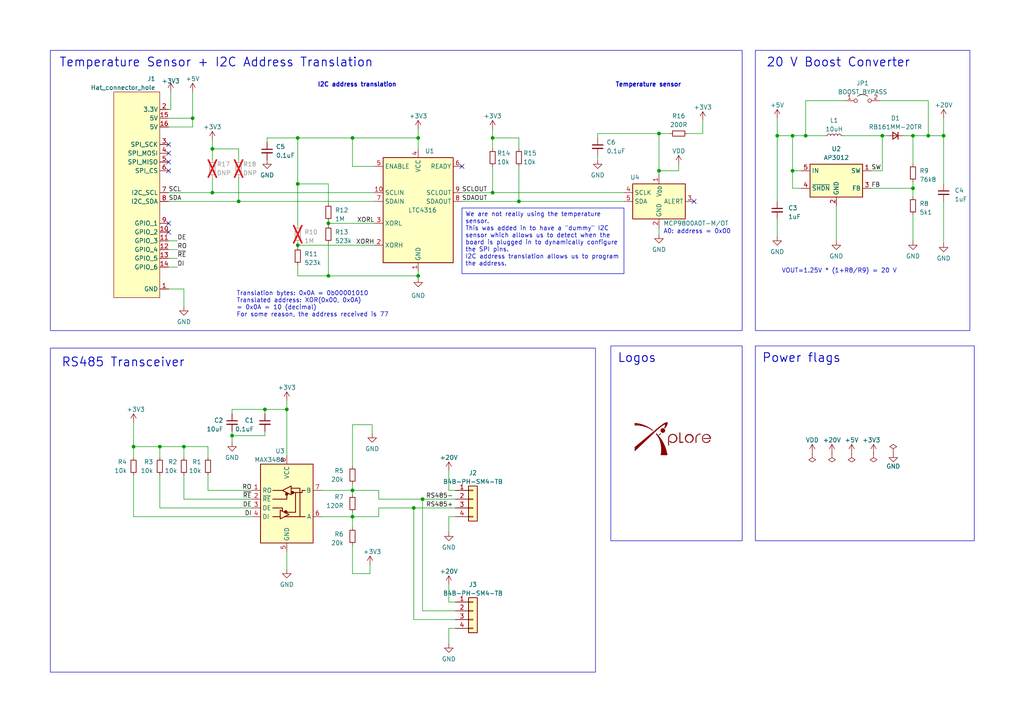
<source format=kicad_sch>
(kicad_sch (version 20230121) (generator eeschema)
  (paper "A4")
  (title_block (title "RS485 Transceiver Hat") (date "2023-07-17") (rev "2") (company "EPFL Xplore") (comment 1 "To be used only on Hat 2") (comment 4 "Authors: Vincent Nguyen, Yassine Bakkali"))
  (lib_symbols
    (symbol "0_connectors:Hat_connector_hole"
      (property "Reference" "J" (at 0 0 0))
      (property "Value" "Hat_connector_hole" (at 0 0 0))
      (symbol "Hat_connector_hole_0_0"
        (pin power_in line (at -8.89 -22.86 0) (length 2.54) (name "GND") (number "1"))
        (pin bidirectional line (at -8.89 -6.35 0) (length 2.54) (name "GPIO_2") (number "10"))
        (pin bidirectional line (at -8.89 -8.89 0) (length 2.54) (name "GPIO_3") (number "11"))
        (pin bidirectional line (at -8.89 -11.43 0) (length 2.54) (name "GPIO_4") (number "12"))
        (pin bidirectional line (at -8.89 -13.97 0) (length 2.54) (name "GPIO_5") (number "13"))
        (pin bidirectional line (at -8.89 -16.51 0) (length 2.54) (name "GPIO_6") (number "14"))
        (pin power_in line (at -8.89 26.67 0) (length 2.54) (name "5V") (number "15"))
        (pin power_in line (at -8.89 24.13 0) (length 2.54) (name "5V") (number "16"))
        (pin power_in line (at -8.89 29.21 0) (length 2.54) (name "3.3V") (number "2"))
        (pin output line (at -8.89 19.05 0) (length 2.54) (name "SPI_SCK") (number "3"))
        (pin output line (at -8.89 16.51 0) (length 2.54) (name "SPI_MOSI") (number "4"))
        (pin input line (at -8.89 13.97 0) (length 2.54) (name "SPI_MISO") (number "5"))
        (pin output line (at -8.89 11.43 0) (length 2.54) (name "SPI_CS") (number "6"))
        (pin output line (at -8.89 5.08 0) (length 2.54) (name "I2C_SCL") (number "7"))
        (pin bidirectional line (at -8.89 2.54 0) (length 2.54) (name "I2C_SDA") (number "8"))
        (pin bidirectional line (at -8.89 -3.81 0) (length 2.54) (name "GPIO_1") (number "9"))
      )
    )
    (symbol "0_graphic:Xplore_Logo" (pin_numbers hide) (pin_names (offset 0) hide) (in_bom no))
    (symbol "0_interface_expansion:LTC4316"
      (property "Reference" "U" (at 1.27 0 0))
      (symbol "LTC4316_1_1"
        (pin power_in line (at 0 -17.78 90) (length 2.54) (name "GND") (number "1"))
        (pin input line (at -12.7 5.08 0) (length 2.54) (name "SCLIN") (number "10"))
        (pin input line (at -12.7 -10.16 0) (length 2.54) (name "XORH") (number "2"))
        (pin input line (at -12.7 -3.81 0) (length 2.54) (name "XORL") (number "3"))
        (pin power_in line (at 0 17.78 270) (length 2.54) (name "VCC") (number "4"))
        (pin input line (at -12.7 12.7 0) (length 2.54) (name "ENABLE") (number "5"))
        (pin open_collector line (at 12.7 12.7 180) (length 2.54) (name "READY") (number "6"))
        (pin bidirectional line (at -12.7 2.54 0) (length 2.54) (name "SDAIN") (number "7"))
        (pin bidirectional line (at 12.7 2.54 180) (length 2.54) (name "SDAOUT") (number "8"))
        (pin output line (at 12.7 5.08 180) (length 2.54) (name "SCLOUT") (number "9"))
      )
    )
    (symbol "0_power_symbols:+20V" (power) (pin_numbers hide) (in_bom no) (on_board no)
      (property "Value" "+20V" (at 0 3.81 0))
      (symbol "+20V_1_1"
        (pin power_in line (at 0 0 90) (length 0) hide (name "+20V") (number "1"))
      )
    )
    (symbol "0_sensor_temperature:MCP9800Ax-xOT"
      (property "Reference" "U" (at -6.35 6.35 0))
      (property "Value" "MCP9800Ax-xOT" (at 8.89 6.35 0))
      (symbol "MCP9800Ax-xOT_1_1"
        (pin power_in line (at 0 7.62 270) (length 2.54) (name "V_{DD}") (number "1"))
        (pin power_in line (at 0 -7.62 90) (length 2.54) (name "GND") (number "2"))
        (pin output line (at 10.16 0 180) (length 2.54) (name "ALERT") (number "3"))
        (pin input line (at -10.16 2.54 0) (length 2.54) (name "SCLK") (number "4"))
        (pin bidirectional line (at -10.16 0 0) (length 2.54) (name "SDA") (number "5"))
      )
    )
    (symbol "Connector_Generic:Conn_01x04" (pin_names (offset 1.016) hide)
      (property "Reference" "J" (at 0 5.08 0))
      (property "Value" "Conn_01x04" (at 0 -7.62 0))
      (symbol "Conn_01x04_1_1"
        (pin passive line (at -5.08 2.54 0) (length 3.81) (name "Pin_1") (number "1"))
        (pin passive line (at -5.08 0 0) (length 3.81) (name "Pin_2") (number "2"))
        (pin passive line (at -5.08 -2.54 0) (length 3.81) (name "Pin_3") (number "3"))
        (pin passive line (at -5.08 -5.08 0) (length 3.81) (name "Pin_4") (number "4"))
      )
    )
    (symbol "Device:C_Small" (pin_numbers hide) (pin_names (offset 0.254) hide)
      (property "Reference" "C" (at 0.254 1.778 0))
      (property "Value" "C_Small" (at 0.254 -2.032 0))
      (symbol "C_Small_1_1"
        (pin passive line (at 0 2.54 270) (length 2.032) (name "~") (number "1"))
        (pin passive line (at 0 -2.54 90) (length 2.032) (name "~") (number "2"))
      )
    )
    (symbol "Device:D_Small" (pin_numbers hide) (pin_names (offset 0.254) hide)
      (property "Reference" "D" (at -1.27 2.032 0))
      (property "Value" "D_Small" (at -3.81 -2.032 0))
      (symbol "D_Small_1_1"
        (pin passive line (at -2.54 0 0) (length 1.778) (name "K") (number "1"))
        (pin passive line (at 2.54 0 180) (length 1.778) (name "A") (number "2"))
      )
    )
    (symbol "Device:L_Small" (pin_numbers hide) (pin_names (offset 0.254) hide)
      (property "Reference" "L" (at 0.762 1.016 0))
      (property "Value" "L_Small" (at 0.762 -1.016 0))
      (symbol "L_Small_1_1"
        (pin passive line (at 0 2.54 270) (length 0.508) (name "~") (number "1"))
        (pin passive line (at 0 -2.54 90) (length 0.508) (name "~") (number "2"))
      )
    )
    (symbol "Device:R_Small" (pin_numbers hide) (pin_names (offset 0.254) hide)
      (property "Reference" "R" (at 0.762 0.508 0))
      (property "Value" "R_Small" (at 0.762 -1.016 0))
      (symbol "R_Small_1_1"
        (pin passive line (at 0 2.54 270) (length 0.762) (name "~") (number "1"))
        (pin passive line (at 0 -2.54 90) (length 0.762) (name "~") (number "2"))
      )
    )
    (symbol "Interface_UART:MAX3486"
      (property "Reference" "U" (at -6.096 11.43 0))
      (property "Value" "MAX3486" (at 0.762 11.43 0))
      (symbol "MAX3486_1_1"
        (pin output line (at -10.16 2.54 0) (length 2.54) (name "RO") (number "1"))
        (pin input line (at -10.16 0 0) (length 2.54) (name "~{RE}") (number "2"))
        (pin input line (at -10.16 -2.54 0) (length 2.54) (name "DE") (number "3"))
        (pin input line (at -10.16 -5.08 0) (length 2.54) (name "DI") (number "4"))
        (pin power_in line (at 0 -15.24 90) (length 2.54) (name "GND") (number "5"))
        (pin bidirectional line (at 10.16 -5.08 180) (length 2.54) (name "A") (number "6"))
        (pin bidirectional line (at 10.16 2.54 180) (length 2.54) (name "B") (number "7"))
        (pin power_in line (at 0 12.7 270) (length 2.54) (name "VCC") (number "8"))
      )
    )
    (symbol "Jumper:Jumper_2_Open" (pin_names (offset 0) hide)
      (property "Reference" "JP" (at 0 2.794 0))
      (property "Value" "Jumper_2_Open" (at 0 -2.286 0))
      (symbol "Jumper_2_Open_1_1"
        (pin passive line (at -5.08 0 0) (length 2.54) (name "A") (number "1"))
        (pin passive line (at 5.08 0 180) (length 2.54) (name "B") (number "2"))
      )
    )
    (symbol "PCM_4ms_Power-symbol:+5V" (power) (pin_names (offset 0))
      (property "Value" "+5V" (at 0 3.556 0))
      (symbol "+5V_1_1"
        (pin power_in line (at 0 0 90) (length 0) hide (name "+5V") (number "1"))
      )
    )
    (symbol "PCM_4ms_Power-symbol:GND" (power) (pin_names (offset 0))
      (property "Value" "GND" (at 0 -3.81 0))
      (symbol "GND_1_1"
        (pin power_in line (at 0 0 270) (length 0) hide (name "GND") (number "1"))
      )
    )
    (symbol "Regulator_Switching:AP3012"
      (property "Reference" "U" (at -7.62 5.715 0))
      (property "Value" "AP3012" (at 0 5.715 0))
      (symbol "AP3012_1_1"
        (pin passive line (at 10.16 2.54 180) (length 2.54) (name "SW") (number "1"))
        (pin power_in line (at 0 -7.62 90) (length 2.54) (name "GND") (number "2"))
        (pin input line (at 10.16 -2.54 180) (length 2.54) (name "FB") (number "3"))
        (pin input line (at -10.16 -2.54 0) (length 2.54) (name "~{SHDN}") (number "4"))
        (pin power_in line (at -10.16 2.54 0) (length 2.54) (name "IN") (number "5"))
      )
    )
    (symbol "power:+3V3" (power) (pin_names (offset 0))
      (property "Value" "+3V3" (at 0 3.556 0))
      (symbol "+3V3_1_1"
        (pin power_in line (at 0 0 90) (length 0) hide (name "+3V3") (number "1"))
      )
    )
    (symbol "power:+5V" (power) (pin_names (offset 0))
      (property "Value" "+5V" (at 0 3.556 0))
      (symbol "+5V_1_1"
        (pin power_in line (at 0 0 90) (length 0) hide (name "+5V") (number "1"))
      )
    )
    (symbol "power:GND" (power) (pin_names (offset 0))
      (property "Value" "GND" (at 0 -3.81 0))
      (symbol "GND_1_1"
        (pin power_in line (at 0 0 270) (length 0) hide (name "GND") (number "1"))
      )
    )
    (symbol "power:PWR_FLAG" (power) (pin_numbers hide) (pin_names (offset 0) hide)
      (property "Value" "PWR_FLAG" (at 0 3.81 0))
      (symbol "PWR_FLAG_0_0"
        (pin power_out line (at 0 0 90) (length 0) (name "pwr") (number "1"))
      )
    )
    (symbol "power:VDD" (power) (pin_names (offset 0))
      (property "Value" "VDD" (at 0 3.81 0))
      (symbol "VDD_1_1"
        (pin power_in line (at 0 0 90) (length 0) hide (name "VDD") (number "1"))
      )
    )
  )
  (junction (at 255.905 39.37))
  (junction (at 46.355 129.54))
  (junction (at 264.795 39.37))
  (junction (at 69.215 58.42))
  (junction (at 95.25 64.77))
  (junction (at 61.595 43.18))
  (junction (at 142.875 55.88))
  (junction (at 233.68 39.37))
  (junction (at 225.425 39.37))
  (junction (at 273.685 39.37))
  (junction (at 191.135 49.53))
  (junction (at 83.185 118.745))
  (junction (at 229.87 39.37))
  (junction (at 191.135 38.735))
  (junction (at 76.835 118.745))
  (junction (at 38.735 129.54))
  (junction (at 86.36 71.12))
  (junction (at 102.235 149.86))
  (junction (at 150.495 58.42))
  (junction (at 269.24 39.37))
  (junction (at 86.36 53.34))
  (junction (at 95.25 80.01))
  (junction (at 102.235 40.005))
  (junction (at 120.015 147.32))
  (junction (at 121.285 40.005))
  (junction (at 102.235 142.24))
  (junction (at 67.31 126.365))
  (junction (at 86.36 40.005))
  (junction (at 122.555 144.78))
  (junction (at 121.285 80.01))
  (junction (at 264.795 54.61))
  (junction (at 142.875 40.005))
  (junction (at 61.595 55.88))
  (junction (at 229.87 49.53))
  (junction (at 55.88 34.29))
  (junction (at 53.34 129.54))
  (no_connect (at 48.895 41.91))
  (no_connect (at 133.985 48.26))
  (no_connect (at 48.895 49.53))
  (no_connect (at 201.295 58.42))
  (no_connect (at 48.895 44.45))
  (no_connect (at 48.895 46.99))
  (no_connect (at 48.895 67.31))
  (no_connect (at 48.895 64.77))
  (wire (pts (xy 121.285 80.645) (xy 121.285 80.01)))
  (wire (pts (xy 130.175 182.245) (xy 130.175 186.69)))
  (wire (pts (xy 49.53 26.67) (xy 49.53 31.75)))
  (wire (pts (xy 51.435 77.47) (xy 48.895 77.47)))
  (wire (pts (xy 109.855 144.78) (xy 109.855 142.24)))
  (wire (pts (xy 273.685 39.37) (xy 273.685 53.34)))
  (wire (pts (xy 38.735 122.555) (xy 38.735 129.54)))
  (wire (pts (xy 173.355 38.735) (xy 191.135 38.735)))
  (wire (pts (xy 273.685 58.42) (xy 273.685 70.485)))
  (wire (pts (xy 95.25 64.135) (xy 95.25 64.77)))
  (wire (pts (xy 132.08 182.245) (xy 130.175 182.245)))
  (wire (pts (xy 180.975 58.42) (xy 150.495 58.42)))
  (wire (pts (xy 61.595 55.88) (xy 108.585 55.88)))
  (wire (pts (xy 86.36 53.34) (xy 95.25 53.34)))
  (wire (pts (xy 196.85 47.625) (xy 196.85 49.53)))
  (wire (pts (xy 53.34 132.715) (xy 53.34 129.54)))
  (wire (pts (xy 132.08 144.78) (xy 122.555 144.78)))
  (wire (pts (xy 142.875 40.005) (xy 150.495 40.005)))
  (wire (pts (xy 233.68 29.21) (xy 233.68 39.37)))
  (wire (pts (xy 38.735 149.86) (xy 38.735 137.795)))
  (wire (pts (xy 142.875 40.005) (xy 142.875 43.18)))
  (wire (pts (xy 38.735 129.54) (xy 38.735 132.715)))
  (wire (pts (xy 109.855 149.86) (xy 102.235 149.86)))
  (wire (pts (xy 120.015 147.32) (xy 109.855 147.32)))
  (wire (pts (xy 264.795 54.61) (xy 264.795 57.15)))
  (wire (pts (xy 264.795 52.705) (xy 264.795 54.61)))
  (wire (pts (xy 255.905 39.37) (xy 257.175 39.37)))
  (wire (pts (xy 51.435 72.39) (xy 48.895 72.39)))
  (wire (pts (xy 83.185 118.745) (xy 76.835 118.745)))
  (wire (pts (xy 132.08 147.32) (xy 120.015 147.32)))
  (wire (pts (xy 130.175 169.545) (xy 130.175 174.625)))
  (wire (pts (xy 132.08 149.86) (xy 130.175 149.86)))
  (wire (pts (xy 67.31 128.27) (xy 67.31 126.365)))
  (wire (pts (xy 61.595 43.18) (xy 69.215 43.18)))
  (wire (pts (xy 133.985 58.42) (xy 150.495 58.42)))
  (wire (pts (xy 76.835 126.365) (xy 67.31 126.365)))
  (wire (pts (xy 252.73 49.53) (xy 255.905 49.53)))
  (wire (pts (xy 73.025 144.78) (xy 53.34 144.78)))
  (wire (pts (xy 132.08 179.705) (xy 120.015 179.705)))
  (wire (pts (xy 180.975 55.88) (xy 142.875 55.88)))
  (wire (pts (xy 49.53 31.75) (xy 48.895 31.75)))
  (wire (pts (xy 69.215 43.18) (xy 69.215 46.355)))
  (wire (pts (xy 120.015 179.705) (xy 120.015 147.32)))
  (wire (pts (xy 142.875 48.26) (xy 142.875 55.88)))
  (wire (pts (xy 121.285 80.01) (xy 121.285 78.74)))
  (wire (pts (xy 264.795 39.37) (xy 269.24 39.37)))
  (wire (pts (xy 48.895 34.29) (xy 55.88 34.29)))
  (wire (pts (xy 53.34 88.9) (xy 53.34 83.82)))
  (wire (pts (xy 130.175 174.625) (xy 132.08 174.625)))
  (wire (pts (xy 196.85 49.53) (xy 191.135 49.53)))
  (wire (pts (xy 109.855 142.24) (xy 102.235 142.24)))
  (wire (pts (xy 269.24 39.37) (xy 273.685 39.37)))
  (wire (pts (xy 130.175 136.525) (xy 130.175 142.24)))
  (wire (pts (xy 122.555 177.165) (xy 122.555 144.78)))
  (wire (pts (xy 86.36 40.005) (xy 86.36 53.34)))
  (wire (pts (xy 102.235 142.24) (xy 93.345 142.24)))
  (wire (pts (xy 51.435 69.85) (xy 48.895 69.85)))
  (wire (pts (xy 229.87 49.53) (xy 232.41 49.53)))
  (wire (pts (xy 69.215 51.435) (xy 69.215 58.42)))
  (wire (pts (xy 95.25 80.01) (xy 121.285 80.01)))
  (wire (pts (xy 61.595 51.435) (xy 61.595 55.88)))
  (wire (pts (xy 130.175 149.86) (xy 130.175 154.305)))
  (wire (pts (xy 102.235 149.86) (xy 93.345 149.86)))
  (wire (pts (xy 48.895 55.88) (xy 61.595 55.88)))
  (wire (pts (xy 245.11 29.21) (xy 233.68 29.21)))
  (wire (pts (xy 48.895 58.42) (xy 69.215 58.42)))
  (wire (pts (xy 225.425 39.37) (xy 225.425 58.42)))
  (wire (pts (xy 173.355 38.735) (xy 173.355 40.005)))
  (wire (pts (xy 262.255 39.37) (xy 264.795 39.37)))
  (wire (pts (xy 229.87 49.53) (xy 229.87 54.61)))
  (wire (pts (xy 53.34 83.82) (xy 48.895 83.82)))
  (wire (pts (xy 102.235 40.005) (xy 102.235 48.26)))
  (wire (pts (xy 55.88 34.29) (xy 55.88 36.83)))
  (wire (pts (xy 76.835 118.745) (xy 67.31 118.745)))
  (wire (pts (xy 95.25 70.485) (xy 95.25 80.01)))
  (wire (pts (xy 61.595 43.18) (xy 61.595 46.355)))
  (wire (pts (xy 83.185 118.745) (xy 83.185 132.08)))
  (wire (pts (xy 60.325 129.54) (xy 53.34 129.54)))
  (wire (pts (xy 102.235 149.86) (xy 102.235 153.035)))
  (wire (pts (xy 203.835 34.925) (xy 203.835 38.735)))
  (wire (pts (xy 67.31 118.745) (xy 67.31 120.015)))
  (wire (pts (xy 83.185 116.205) (xy 83.185 118.745)))
  (wire (pts (xy 61.595 43.18) (xy 61.595 40.64)))
  (wire (pts (xy 225.425 34.29) (xy 225.425 39.37)))
  (wire (pts (xy 73.025 149.86) (xy 38.735 149.86)))
  (wire (pts (xy 76.835 125.095) (xy 76.835 126.365)))
  (wire (pts (xy 229.87 49.53) (xy 229.87 39.37)))
  (wire (pts (xy 121.285 37.465) (xy 121.285 40.005)))
  (wire (pts (xy 107.95 125.73) (xy 107.95 123.19)))
  (wire (pts (xy 76.835 118.745) (xy 76.835 120.015)))
  (wire (pts (xy 67.31 126.365) (xy 67.31 125.095)))
  (wire (pts (xy 130.175 142.24) (xy 132.08 142.24)))
  (wire (pts (xy 150.495 40.005) (xy 150.495 43.18)))
  (wire (pts (xy 273.685 34.29) (xy 273.685 39.37)))
  (wire (pts (xy 132.08 177.165) (xy 122.555 177.165)))
  (wire (pts (xy 83.185 165.1) (xy 83.185 160.02)))
  (wire (pts (xy 109.855 147.32) (xy 109.855 149.86)))
  (wire (pts (xy 242.57 59.69) (xy 242.57 69.85)))
  (wire (pts (xy 244.475 39.37) (xy 255.905 39.37)))
  (wire (pts (xy 60.325 129.54) (xy 60.325 132.715)))
  (wire (pts (xy 48.895 36.83) (xy 55.88 36.83)))
  (wire (pts (xy 46.355 132.715) (xy 46.355 129.54)))
  (wire (pts (xy 142.875 40.005) (xy 142.875 37.465)))
  (wire (pts (xy 77.47 40.005) (xy 86.36 40.005)))
  (wire (pts (xy 69.215 58.42) (xy 108.585 58.42)))
  (wire (pts (xy 73.025 147.32) (xy 46.355 147.32)))
  (wire (pts (xy 102.235 158.115) (xy 102.235 166.37)))
  (wire (pts (xy 86.36 71.12) (xy 86.36 71.755)))
  (wire (pts (xy 102.235 140.335) (xy 102.235 142.24)))
  (wire (pts (xy 229.87 54.61) (xy 232.41 54.61)))
  (wire (pts (xy 73.025 142.24) (xy 60.325 142.24)))
  (wire (pts (xy 233.68 39.37) (xy 239.395 39.37)))
  (wire (pts (xy 255.27 29.21) (xy 269.24 29.21)))
  (wire (pts (xy 86.36 40.005) (xy 102.235 40.005)))
  (wire (pts (xy 51.435 74.93) (xy 48.895 74.93)))
  (wire (pts (xy 86.36 65.405) (xy 86.36 53.34)))
  (wire (pts (xy 95.25 64.77) (xy 108.585 64.77)))
  (wire (pts (xy 264.795 39.37) (xy 264.795 47.625)))
  (wire (pts (xy 102.235 142.24) (xy 102.235 143.51)))
  (wire (pts (xy 150.495 48.26) (xy 150.495 58.42)))
  (wire (pts (xy 95.25 80.01) (xy 86.36 80.01)))
  (wire (pts (xy 95.25 64.77) (xy 95.25 65.405)))
  (wire (pts (xy 102.235 123.19) (xy 102.235 135.255)))
  (wire (pts (xy 191.135 49.53) (xy 191.135 50.8)))
  (wire (pts (xy 229.87 39.37) (xy 233.68 39.37)))
  (wire (pts (xy 53.34 129.54) (xy 46.355 129.54)))
  (wire (pts (xy 107.315 163.83) (xy 107.315 166.37)))
  (wire (pts (xy 86.36 70.485) (xy 86.36 71.12)))
  (wire (pts (xy 269.24 29.21) (xy 269.24 39.37)))
  (wire (pts (xy 102.235 40.005) (xy 121.285 40.005)))
  (wire (pts (xy 86.36 71.12) (xy 108.585 71.12)))
  (wire (pts (xy 95.25 59.055) (xy 95.25 53.34)))
  (wire (pts (xy 46.355 129.54) (xy 38.735 129.54)))
  (wire (pts (xy 107.95 123.19) (xy 102.235 123.19)))
  (wire (pts (xy 203.835 38.735) (xy 199.39 38.735)))
  (wire (pts (xy 102.235 48.26) (xy 108.585 48.26)))
  (wire (pts (xy 121.285 40.005) (xy 121.285 43.18)))
  (wire (pts (xy 191.135 38.735) (xy 191.135 49.53)))
  (wire (pts (xy 191.135 38.735) (xy 194.31 38.735)))
  (wire (pts (xy 107.315 166.37) (xy 102.235 166.37)))
  (wire (pts (xy 46.355 147.32) (xy 46.355 137.795)))
  (wire (pts (xy 60.325 142.24) (xy 60.325 137.795)))
  (wire (pts (xy 77.47 40.005) (xy 77.47 41.275)))
  (wire (pts (xy 122.555 144.78) (xy 109.855 144.78)))
  (wire (pts (xy 225.425 63.5) (xy 225.425 68.58)))
  (wire (pts (xy 86.36 80.01) (xy 86.36 76.835)))
  (wire (pts (xy 55.88 26.67) (xy 55.88 34.29)))
  (wire (pts (xy 53.34 144.78) (xy 53.34 137.795)))
  (wire (pts (xy 255.905 39.37) (xy 255.905 49.53)))
  (wire (pts (xy 102.235 148.59) (xy 102.235 149.86)))
  (wire (pts (xy 191.135 67.945) (xy 191.135 66.04)))
  (wire (pts (xy 133.985 55.88) (xy 142.875 55.88)))
  (wire (pts (xy 252.73 54.61) (xy 264.795 54.61)))
  (wire (pts (xy 264.795 62.23) (xy 264.795 69.85)))
  (wire (pts (xy 225.425 39.37) (xy 229.87 39.37)))
  (wire (pts (xy 173.355 46.355) (xy 173.355 45.085)))
  (rectangle (start 219.075 14.605) (end 281.305 95.885))
  (rectangle (start 14.605 100.965) (end 172.72 194.945))
  (text_box "" (at 14.605 14.605 0) (size 200.66 81.28) (effects (font (size 1.27 1.27)) (justify left top)))
  (text_box "" (at 177.165 100.33 0) (size 38.1 56.515) (effects (font (size 1.27 1.27) bold) (justify left top)))
  (text_box "" (at 219.075 100.33 0) (size 63.5 56.515) (effects (font (size 1.27 1.27) bold) (justify left top)))
  (text_box "We are not really using the temperature sensor.\nThis was added in to have a \"dummy\" I2C sensor which allows us to detect when the board is plugged in to dynamically configure the SPI pins.\nI2C address translation allows us to program the address." (at 133.985 60.325 0) (size 46.99 19.05) (effects (font (size 1.27 1.27)) (justify left top)))
  (text "A0: address = 0x00" (at 192.405 67.945 0) (effects (font (size 1.27 1.27)) (justify left bottom)))
  (text "Translation bytes: 0x0A = 0b00001010\nTranslated address: XOR(0x00, 0x0A) \n= 0x0A = 10 (decimal)\nFor some reason, the address received is 77" (at 68.58 92.075 0) (effects (font (size 1.27 1.27)) (justify left bottom)))
  (text "I2C address translation" (at 92.075 25.4 0) (effects (font (size 1.27 1.27) bold) (justify left bottom)))
  (text "20 V Boost Converter" (at 222.25 19.685 0) (effects (font (size 2.54 2.54) (thickness 0.254) bold) (justify left bottom)))
  (text "Logos" (at 179.07 105.41 0) (effects (font (size 2.54 2.54) (thickness 0.254) bold) (justify left bottom)))
  (text "Power flags" (at 220.98 105.41 0) (effects (font (size 2.54 2.54) (thickness 0.254) bold) (justify left bottom)))
  (text "RS485 Transceiver" (at 17.78 106.68 0) (effects (font (size 2.54 2.54) (thickness 0.254) bold) (justify left bottom)))
  (text "Temperature Sensor + I2C Address Translation" (at 17.145 19.685 0) (effects (font (size 2.54 2.54) (thickness 0.254) bold) (justify left bottom)))
  (text "VOUT=1.25V * (1+R8/R9) = 20 V\n" (at 226.695 79.375 0) (effects (font (size 1.27 1.27)) (justify left bottom)))
  (text "Temperature sensor" (at 178.435 25.4 0) (effects (font (size 1.27 1.27) bold) (justify left bottom)))
  (label "XORL" (at 108.585 64.77 180))
  (label "DI" (at 51.435 77.47 0))
  (label "SCL" (at 48.895 55.88 0))
  (label "DI" (at 73.025 149.86 180))
  (label "SCLOUT" (at 133.985 55.88 0))
  (label "~{RE}" (at 51.435 74.93 0))
  (label "~{RE}" (at 73.025 144.78 180))
  (label "RS485+" (at 131.445 147.32 180))
  (label "XORH" (at 108.585 71.12 180))
  (label "RS485-" (at 131.445 144.78 180))
  (label "DE" (at 51.435 69.85 0))
  (label "DE" (at 73.025 147.32 180))
  (label "RO" (at 73.025 142.24 180))
  (label "SDA" (at 48.895 58.42 0))
  (label "FB" (at 252.73 54.61 0))
  (label "SW" (at 252.73 49.53 0))
  (label "RO" (at 51.435 72.39 0))
  (label "SDAOUT" (at 133.985 58.42 0))
  (symbol (lib_id "Device:R_Small") (at 264.795 50.165 0) (mirror y) (unit 1)
    (property "Reference" "R9" (at 266.7 49.53 0) (effects (justify right)))
    (property "Value" "76k8" (at 266.7 52.07 0) (effects (justify right)))
    (property "Footprint" "Resistor_SMD:R_0603_1608Metric_Pad0.98x0.95mm_HandSolder" (effects hide))
    (property "Datasheet" "https://www.yageo.com/upload/media/product/productsearch/datasheet/rchip/PYu-RC_Group_51_RoHS_L_12.pdf" (effects hide))
    (property "Digikey ref" "311-76.8KHRCT-ND" (effects hide))
    (property "Manufacturer ref" "RC0603FR-0776K8L" (effects hide))
  )
  (symbol (lib_id "0_interface_expansion:LTC4316") (at 121.285 60.96 0) (unit 1)
    (property "Reference" "U1" (at 123.2409 43.815 0) (effects (justify left)))
    (property "Value" "LTC4316" (at 122.555 60.96 0))
    (property "Footprint" "Package_SO:MSOP-10_3x3mm_P0.5mm" (effects hide))
    (property "Datasheet" "https://www.analog.com/media/en/technical-documentation/data-sheets/4316fa.pdf" (effects hide))
    (property "Digikey ref" "505-LTC4316IMS#PBF-ND" (effects hide))
    (property "Manufacturer ref" "LTC4316IMS#PBF" (effects hide))
  )
  (symbol (lib_id "power:+5V") (at 247.015 131.445 0) (unit 1)
    (property "Reference" "#PWR029" (effects hide))
    (property "Value" "+5V" (at 247.015 127.635 0))
  )
  (symbol (lib_id "power:+3V3") (at 121.285 37.465 0) (mirror y) (unit 1)
    (property "Reference" "#PWR021" (effects hide))
    (property "Value" "+3V3" (at 121.285 33.655 0))
  )
  (symbol (lib_id "Device:C_Small") (at 173.355 42.545 0) (unit 1)
    (property "Reference" "C6" (at 175.895 41.275 0) (effects (justify left)))
    (property "Value" "0.1uF" (at 175.9347 43.8213 0) (effects (justify left)))
    (property "Footprint" "Capacitor_SMD:C_0603_1608Metric" (effects hide))
    (property "Datasheet" "https://www.mouser.ch/datasheet/2/40/KGM_X7R-3223212.pdf" (effects hide))
    (property "Manufacturer ref" "06035C104JAT2A" (effects hide))
    (property "Digikey ref" "478-KGM15BR71H104JTCT-ND" (effects hide))
  )
  (symbol (lib_id "PCM_4ms_Power-symbol:GND") (at 67.31 128.27 0) (mirror y) (unit 1)
    (property "Reference" "#PWR01" (effects hide))
    (property "Value" "GND" (at 67.31 132.715 0))
  )
  (symbol (lib_id "power:+3V3") (at 253.365 131.445 0) (mirror y) (unit 1)
    (property "Reference" "#PWR031" (effects hide))
    (property "Value" "+3V3" (at 252.73 127.635 0))
  )
  (symbol (lib_id "Device:C_Small") (at 76.835 122.555 0) (mirror y) (unit 1)
    (property "Reference" "C1" (at 73.66 121.9263 0) (effects (justify left)))
    (property "Value" "0.1uF" (at 73.66 124.4663 0) (effects (justify left)))
    (property "Footprint" "Capacitor_SMD:C_0603_1608Metric_Pad1.08x0.95mm_HandSolder" (effects hide))
    (property "Datasheet" "https://www.mouser.ch/datasheet/2/40/KGM_X7R-3223212.pdf" (effects hide))
    (property "Digikey ref" "478-KGM15BR71H104JTCT-ND" (effects hide))
    (property "Manufacturer ref" "06035C104JAT2A" (effects hide))
  )
  (symbol (lib_id "PCM_4ms_Power-symbol:GND") (at 264.795 69.85 0) (unit 1)
    (property "Reference" "#PWR018" (effects hide))
    (property "Value" "GND" (at 264.795 74.295 0))
  )
  (symbol (lib_id "0_graphic:Xplore_Logo") (at 194.945 130.81 0) (unit 1) (in_bom no)
    (property "Reference" "G1" (effects hide))
    (property "Value" "Xplore_Logo" (effects hide))
    (property "Footprint" "0_graphic:Xplore_Logo_X_only_10mm" (effects hide))
  )
  (symbol (lib_id "Connector_Generic:Conn_01x04") (at 137.16 144.78 0) (unit 1)
    (property "Reference" "J2" (at 137.16 137.16 0))
    (property "Value" "B4B-PH-SM4-TB" (at 137.16 139.7 0))
    (property "Footprint" "Connector_JST:JST_PH_B4B-PH-SM4-TB_1x04-1MP_P2.00mm_Vertical" (effects hide))
    (property "Datasheet" "https://www.jst-mfg.com/product/pdf/eng/ePH.pdf" (effects hide))
    (property "Digikey ref" "455-B4B-PH-SM4-TBCT-ND" (effects hide))
    (property "Manufacturer ref" "B4B-PH-SM4-TB" (effects hide))
  )
  (symbol (lib_id "Device:R_Small") (at 102.235 146.05 0) (unit 1)
    (property "Reference" "R7" (at 99.695 144.145 0) (effects (justify right)))
    (property "Value" "120R" (at 99.695 146.685 0) (effects (justify right)))
    (property "Footprint" "Resistor_SMD:R_0603_1608Metric_Pad0.98x0.95mm_HandSolder" (effects hide))
    (property "Datasheet" "https://www.vishay.com/docs/20043/crcwhpe3.pdf" (effects hide))
    (property "Digikey ref" "541-120SCT-ND" (effects hide))
    (property "Manufacturer ref" "CRCW0603120RFKEAHP" (effects hide))
  )
  (symbol (lib_id "Device:R_Small") (at 102.235 137.795 0) (unit 1)
    (property "Reference" "R5" (at 99.695 136.525 0) (effects (justify right)))
    (property "Value" "20k" (at 99.695 139.065 0) (effects (justify right)))
    (property "Footprint" "Resistor_SMD:R_0603_1608Metric_Pad0.98x0.95mm_HandSolder" (effects hide))
    (property "Datasheet" "https://www.te.com/usa-en/product-8-1879337-8.datasheet.pdf" (effects hide))
    (property "Digikey ref" "A102237CT-ND" (effects hide))
    (property "Manufacturer ref" "CPF0603F20KC1" (effects hide))
  )
  (symbol (lib_id "Device:R_Small") (at 53.34 135.255 0) (unit 1)
    (property "Reference" "R2" (at 51.435 133.985 0) (effects (justify right)))
    (property "Value" "10k" (at 51.435 136.525 0) (effects (justify right)))
    (property "Footprint" "Resistor_SMD:R_0603_1608Metric_Pad0.98x0.95mm_HandSolder" (effects hide))
    (property "Datasheet" "https://www.seielect.com/Catalog/SEI-RNCP.pdf" (effects hide))
    (property "Digikey ref" "RNCP0603FTD10K0CT-ND" (effects hide))
    (property "Manufacturer ref" "RNCP0603FTD10K0" (effects hide))
  )
  (symbol (lib_id "power:PWR_FLAG") (at 247.015 131.445 180) (unit 1)
    (property "Reference" "#FLG01" (effects hide))
    (property "Value" "PWR_FLAG" (effects hide))
  )
  (symbol (lib_id "power:PWR_FLAG") (at 253.365 131.445 180) (unit 1)
    (property "Reference" "#FLG03" (effects hide))
    (property "Value" "PWR_FLAG" (effects hide))
  )
  (symbol (lib_id "Device:R_Small") (at 86.36 74.295 0) (unit 1)
    (property "Reference" "R11" (at 88.265 73.66 0) (effects (justify left)))
    (property "Value" "523k" (at 88.265 76.2 0) (effects (justify left)))
    (property "Footprint" "Resistor_SMD:R_0603_1608Metric" (effects hide))
    (property "Datasheet" "https://www.yageo.com/upload/media/product/productsearch/datasheet/rchip/PYu-RC_Group_51_RoHS_L_12.pdf" (effects hide))
    (property "Digikey ref" "311-523KHRCT-ND" (effects hide))
    (property "Manufacturer ref" "RC0603FR-07523KL" (effects hide))
  )
  (symbol (lib_id "Device:R_Small") (at 60.325 135.255 0) (unit 1)
    (property "Reference" "R1" (at 58.42 133.985 0) (effects (justify right)))
    (property "Value" "10k" (at 58.42 136.525 0) (effects (justify right)))
    (property "Footprint" "Resistor_SMD:R_0603_1608Metric_Pad0.98x0.95mm_HandSolder" (effects hide))
    (property "Datasheet" "https://www.seielect.com/Catalog/SEI-RNCP.pdf" (effects hide))
    (property "Digikey ref" "RNCP0603FTD10K0CT-ND" (effects hide))
    (property "Manufacturer ref" "RNCP0603FTD10K0" (effects hide))
  )
  (symbol (lib_id "0_power_symbols:+20V") (at 130.175 136.525 0) (unit 1) (in_bom no) (on_board no)
    (property "Reference" "#PWR06" (effects hide))
    (property "Value" "+20V" (at 130.175 132.715 0))
  )
  (symbol (lib_id "power:GND") (at 121.285 80.645 0) (unit 1)
    (property "Reference" "#PWR022" (effects hide))
    (property "Value" "GND" (at 121.285 85.725 0))
  )
  (symbol (lib_id "power:PWR_FLAG") (at 241.3 131.445 180) (unit 1)
    (property "Reference" "#FLG02" (effects hide))
    (property "Value" "PWR_FLAG" (effects hide))
  )
  (symbol (lib_id "Device:R_Small") (at 38.735 135.255 0) (unit 1)
    (property "Reference" "R4" (at 36.83 133.985 0) (effects (justify right)))
    (property "Value" "10k" (at 36.83 136.525 0) (effects (justify right)))
    (property "Footprint" "Resistor_SMD:R_0603_1608Metric_Pad0.98x0.95mm_HandSolder" (effects hide))
    (property "Datasheet" "https://www.seielect.com/Catalog/SEI-RNCP.pdf" (effects hide))
    (property "Digikey ref" "RNCP0603FTD10K0CT-ND" (effects hide))
    (property "Manufacturer ref" "RNCP0603FTD10K0" (effects hide))
  )
  (symbol (lib_id "power:+3V3") (at 38.735 122.555 0) (mirror y) (unit 1)
    (property "Reference" "#PWR013" (effects hide))
    (property "Value" "+3V3" (at 39.37 118.745 0))
  )
  (symbol (lib_id "power:+3V3") (at 61.595 40.64 0) (unit 1)
    (property "Reference" "#PWR028" (effects hide))
    (property "Value" "+3V3" (at 61.595 36.83 0))
  )
  (symbol (lib_id "Device:R_Small") (at 102.235 155.575 0) (unit 1)
    (property "Reference" "R6" (at 99.695 154.94 0) (effects (justify right)))
    (property "Value" "20k" (at 99.695 157.48 0) (effects (justify right)))
    (property "Footprint" "Resistor_SMD:R_0603_1608Metric_Pad0.98x0.95mm_HandSolder" (effects hide))
    (property "Datasheet" "https://www.te.com/usa-en/product-8-1879337-8.datasheet.pdf" (effects hide))
    (property "Digikey ref" "A102237CT-ND" (effects hide))
    (property "Manufacturer ref" "CPF0603F20KC1" (effects hide))
  )
  (symbol (lib_id "PCM_4ms_Power-symbol:GND") (at 242.57 69.85 0) (unit 1)
    (property "Reference" "#PWR017" (effects hide))
    (property "Value" "GND" (at 242.57 74.295 0))
  )
  (symbol (lib_id "PCM_4ms_Power-symbol:GND") (at 83.185 165.1 0) (mirror y) (unit 1)
    (property "Reference" "#PWR05" (effects hide))
    (property "Value" "GND" (at 83.185 169.545 0))
  )
  (symbol (lib_id "Device:R_Small") (at 95.25 67.945 0) (unit 1)
    (property "Reference" "R13" (at 97.155 67.31 0) (effects (justify left)))
    (property "Value" "523k" (at 97.155 69.85 0) (effects (justify left)))
    (property "Footprint" "Resistor_SMD:R_0603_1608Metric" (effects hide))
    (property "Datasheet" "https://www.yageo.com/upload/media/product/productsearch/datasheet/rchip/PYu-RC_Group_51_RoHS_L_12.pdf" (effects hide))
    (property "Digikey ref" "311-523KHRCT-ND" (effects hide))
    (property "Manufacturer ref" "RC0603FR-07523KL" (effects hide))
  )
  (symbol (lib_id "power:PWR_FLAG") (at 259.08 131.445 0) (unit 1)
    (property "Reference" "#FLG04" (effects hide))
    (property "Value" "PWR_FLAG" (effects hide))
  )
  (symbol (lib_id "Jumper:Jumper_2_Open") (at 250.19 29.21 0) (unit 1)
    (property "Reference" "JP1" (at 250.19 24.13 0))
    (property "Value" "BOOST_BYPASS" (at 250.19 26.67 0))
    (property "Footprint" "Jumper:SolderJumper-2_P1.3mm_Open_RoundedPad1.0x1.5mm" (effects hide))
  )
  (symbol (lib_id "PCM_4ms_Power-symbol:+5V") (at 225.425 34.29 0) (unit 1)
    (property "Reference" "#PWR015" (effects hide))
    (property "Value" "+5V" (at 225.425 30.48 0))
  )
  (symbol (lib_id "Device:C_Small") (at 273.685 55.88 0) (unit 1)
    (property "Reference" "C4" (at 276.86 55.2513 0) (effects (justify left)))
    (property "Value" "1uF" (at 276.86 57.7913 0) (effects (justify left)))
    (property "Footprint" "Capacitor_SMD:C_0603_1608Metric_Pad1.08x0.95mm_HandSolder" (effects hide))
    (property "Datasheet" "https://www.yuden.co.jp/productdata/catalog/mlcc06_e.pdf" (effects hide))
    (property "Digikey ref" "587-3247-1-ND" (effects hide))
    (property "Manufacturer ref" "UMK107AB7105KA-T" (effects hide))
  )
  (symbol (lib_id "PCM_4ms_Power-symbol:GND") (at 273.685 70.485 0) (unit 1)
    (property "Reference" "#PWR019" (effects hide))
    (property "Value" "GND" (at 273.685 74.93 0))
  )
  (symbol (lib_id "power:VDD") (at 235.585 131.445 0) (unit 1)
    (property "Reference" "#PWR033" (effects hide))
    (property "Value" "VDD" (at 235.585 127.635 0))
  )
  (symbol (lib_id "Device:R_Small") (at 95.25 61.595 0) (unit 1)
    (property "Reference" "R12" (at 97.155 60.96 0) (effects (justify left)))
    (property "Value" "1M" (at 97.155 63.5 0) (effects (justify left)))
    (property "Footprint" "Resistor_SMD:R_0603_1608Metric" (effects hide))
    (property "Datasheet" "https://www.te.com/usa-en/product-1622877-1.datasheet.pdf" (effects hide))
    (property "Digikey ref" "A121559CT-ND" (effects hide))
    (property "Manufacturer ref" "CRG0603F1M0" (effects hide))
  )
  (symbol (lib_id "power:GND") (at 173.355 46.355 0) (mirror y) (unit 1)
    (property "Reference" "#PWR024" (effects hide))
    (property "Value" "GND" (at 173.355 50.8 0))
  )
  (symbol (lib_id "Device:R_Small") (at 264.795 59.69 0) (mirror y) (unit 1)
    (property "Reference" "R8" (at 266.7 59.055 0) (effects (justify right)))
    (property "Value" "5k1" (at 266.7 61.595 0) (effects (justify right)))
    (property "Footprint" "Resistor_SMD:R_0603_1608Metric_Pad0.98x0.95mm_HandSolder" (effects hide))
    (property "Datasheet" "https://www.yageo.com/upload/media/product/productsearch/datasheet/rchip/PYu-RC_Group_51_RoHS_L_12.pdf" (effects hide))
    (property "Digikey ref" "13-RC0603FR-135K1LCT-ND" (effects hide))
    (property "Manufacturer ref" "RC0603FR-135K1L" (effects hide))
  )
  (symbol (lib_id "Regulator_Switching:AP3012") (at 242.57 52.07 0) (unit 1)
    (property "Reference" "U2" (at 242.57 43.18 0))
    (property "Value" "AP3012" (at 242.57 45.72 0))
    (property "Footprint" "Package_TO_SOT_SMD:SOT-23-5" (effects hide))
    (property "Datasheet" "https://www.diodes.com/assets/Datasheets/AP3012.pdf" (effects hide))
    (property "Digikey ref" "AP3012KTR-G1DICT-ND" (effects hide))
    (property "Manufacturer ref" "AP3012KTR-G1" (effects hide))
  )
  (symbol (lib_id "power:+3V3") (at 142.875 37.465 0) (unit 1)
    (property "Reference" "#PWR023" (effects hide))
    (property "Value" "+3V3" (at 142.875 33.655 0))
  )
  (symbol (lib_id "Device:R_Small") (at 196.85 38.735 90) (unit 1)
    (property "Reference" "R16" (at 196.85 33.655 90))
    (property "Value" "200R" (at 196.85 36.195 90))
    (property "Footprint" "Resistor_SMD:R_0603_1608Metric" (effects hide))
    (property "Datasheet" "https://fscdn.rohm.com/en/products/databook/datasheet/passive/resistor/chip_resistor/esr-e.pdf" (effects hide))
    (property "Digikey ref" "RHM200ADCT-ND" (effects hide))
    (property "Manufacturer ref" "ESR03EZPF2000" (effects hide))
  )
  (symbol (lib_id "PCM_4ms_Power-symbol:GND") (at 107.95 125.73 0) (mirror y) (unit 1)
    (property "Reference" "#PWR09" (effects hide))
    (property "Value" "GND" (at 107.95 130.175 0))
  )
  (symbol (lib_id "power:GND") (at 191.135 67.945 0) (unit 1)
    (property "Reference" "#PWR025" (effects hide))
    (property "Value" "GND" (at 191.135 72.39 0))
  )
  (symbol (lib_id "PCM_4ms_Power-symbol:GND") (at 130.175 154.305 0) (mirror y) (unit 1)
    (property "Reference" "#PWR07" (effects hide))
    (property "Value" "GND" (at 130.175 158.75 0))
  )
  (symbol (lib_id "0_power_symbols:+20V") (at 241.3 131.445 0) (unit 1) (in_bom no) (on_board no)
    (property "Reference" "#PWR014" (effects hide))
    (property "Value" "+20V" (at 241.3 127.635 0))
  )
  (symbol (lib_id "power:PWR_FLAG") (at 235.585 131.445 180) (unit 1)
    (property "Reference" "#FLG05" (effects hide))
    (property "Value" "PWR_FLAG" (effects hide))
  )
  (symbol (lib_id "power:+3V3") (at 83.185 116.205 0) (mirror y) (unit 1)
    (property "Reference" "#PWR010" (effects hide))
    (property "Value" "+3V3" (at 83.185 112.395 0))
  )
  (symbol (lib_id "Connector_Generic:Conn_01x04") (at 137.16 177.165 0) (unit 1)
    (property "Reference" "J3" (at 137.16 169.545 0))
    (property "Value" "B4B-PH-SM4-TB" (at 137.16 172.085 0))
    (property "Footprint" "Connector_JST:JST_PH_B4B-PH-SM4-TB_1x04-1MP_P2.00mm_Vertical" (effects hide))
    (property "Datasheet" "https://www.jst-mfg.com/product/pdf/eng/ePH.pdf" (effects hide))
    (property "Digikey ref" "455-B4B-PH-SM4-TBCT-ND" (effects hide))
    (property "Manufacturer ref" "B4B-PH-SM4-TB" (effects hide))
  )
  (symbol (lib_id "Device:L_Small") (at 241.935 39.37 90) (unit 1)
    (property "Reference" "L1" (at 241.935 34.925 90))
    (property "Value" "10uH" (at 241.935 37.465 90))
    (property "Footprint" "Inductor_SMD:L_1210_3225Metric_Pad1.42x2.65mm_HandSolder" (effects hide))
    (property "Datasheet" "https://www.murata.com/~/media/webrenewal/products/inductor/chip/tokoproducts/wirewoundmetalalloychiptype/m_dfe322512c.ashx" (effects hide))
    (property "Manufacturer ref" "1277AS-H-100M=P2" (effects hide))
    (property "Digikey ref" "490-10589-1-ND" (effects hide))
  )
  (symbol (lib_id "Device:R_Small") (at 142.875 45.72 0) (unit 1)
    (property "Reference" "R14" (at 144.145 44.45 0) (effects (justify left)))
    (property "Value" "10k" (at 144.145 46.99 0) (effects (justify left)))
    (property "Footprint" "Resistor_SMD:R_0603_1608Metric" (effects hide))
    (property "Datasheet" "https://www.seielect.com/Catalog/SEI-RNCP.pdf" (effects hide))
    (property "Digikey ref" "RNCP0603FTD10K0CT-ND" (effects hide))
    (property "Manufacturer ref" "RNCP0603FTD10K0" (effects hide))
  )
  (symbol (lib_id "0_power_symbols:+20V") (at 130.175 169.545 0) (unit 1) (in_bom no) (on_board no)
    (property "Reference" "#PWR020" (effects hide))
    (property "Value" "+20V" (at 130.175 165.735 0))
  )
  (symbol (lib_id "0_power_symbols:+20V") (at 273.685 34.29 0) (unit 1) (in_bom no) (on_board no)
    (property "Reference" "#PWR034" (effects hide))
    (property "Value" "+20V" (at 273.685 30.48 0))
  )
  (symbol (lib_id "power:+3V3") (at 49.53 26.67 0) (mirror y) (unit 1)
    (property "Reference" "#PWR012" (effects hide))
    (property "Value" "+3V3" (at 49.53 23.495 0))
  )
  (symbol (lib_id "Device:C_Small") (at 67.31 122.555 0) (mirror y) (unit 1)
    (property "Reference" "C2" (at 64.77 121.9263 0) (effects (justify left)))
    (property "Value" "10uF" (at 64.77 124.4663 0) (effects (justify left)))
    (property "Footprint" "Capacitor_SMD:C_0603_1608Metric_Pad1.08x0.95mm_HandSolder" (effects hide))
    (property "Datasheet" "https://media.digikey.com/pdf/Data%20Sheets/Samsung%20PDFs/CL10B106MQ8NRNC_Spec.pdf" (effects hide))
    (property "Digikey ref" "1276-1948-1-ND" (effects hide))
    (property "Manufacturer ref" "CL10B106MQ8NRNC" (effects hide))
  )
  (symbol (lib_id "Device:R_Small") (at 86.36 67.945 0) (unit 1) (dnp yes)
    (property "Reference" "R10" (at 88.265 67.31 0) (effects (justify left)))
    (property "Value" "1M" (at 88.265 69.85 0) (effects (justify left)))
    (property "Footprint" "Resistor_SMD:R_0603_1608Metric" (effects hide))
    (property "Datasheet" "https://www.te.com/usa-en/product-1622877-1.datasheet.pdf" (effects hide))
    (property "Digikey ref" "A121559CT-ND" (effects hide))
    (property "Manufacturer ref" "CRG0603F1M0" (effects hide))
  )
  (symbol (lib_id "power:GND") (at 259.08 131.445 0) (unit 1)
    (property "Reference" "#PWR032" (effects hide))
    (property "Value" "GND" (at 259.08 135.255 0))
  )
  (symbol (lib_id "power:+3V3") (at 203.835 34.925 0) (unit 1)
    (property "Reference" "#PWR027" (effects hide))
    (property "Value" "+3V3" (at 203.835 31.115 0))
  )
  (symbol (lib_id "PCM_4ms_Power-symbol:GND") (at 225.425 68.58 0) (unit 1)
    (property "Reference" "#PWR016" (effects hide))
    (property "Value" "GND" (at 225.425 73.025 0))
  )
  (symbol (lib_id "PCM_4ms_Power-symbol:+5V") (at 55.88 26.67 0) (mirror y) (unit 1)
    (property "Reference" "#PWR03" (effects hide))
    (property "Value" "+5V" (at 55.88 22.86 0))
  )
  (symbol (lib_id "Device:R_Small") (at 150.495 45.72 0) (unit 1)
    (property "Reference" "R15" (at 151.765 44.45 0) (effects (justify left)))
    (property "Value" "10k" (at 151.765 46.99 0) (effects (justify left)))
    (property "Footprint" "Resistor_SMD:R_0603_1608Metric" (effects hide))
    (property "Datasheet" "https://www.seielect.com/Catalog/SEI-RNCP.pdf" (effects hide))
    (property "Digikey ref" "RNCP0603FTD10K0CT-ND" (effects hide))
    (property "Manufacturer ref" "RNCP0603FTD10K0" (effects hide))
  )
  (symbol (lib_id "Device:R_Small") (at 46.355 135.255 0) (unit 1)
    (property "Reference" "R3" (at 44.45 133.985 0) (effects (justify right)))
    (property "Value" "10k" (at 44.45 136.525 0) (effects (justify right)))
    (property "Footprint" "Resistor_SMD:R_0603_1608Metric_Pad0.98x0.95mm_HandSolder" (effects hide))
    (property "Datasheet" "https://www.seielect.com/Catalog/SEI-RNCP.pdf" (effects hide))
    (property "Digikey ref" "RNCP0603FTD10K0CT-ND" (effects hide))
    (property "Manufacturer ref" "RNCP0603FTD10K0" (effects hide))
  )
  (symbol (lib_id "Interface_UART:MAX3486") (at 83.185 144.78 0) (unit 1)
    (property "Reference" "U3" (at 82.6009 130.81 0) (effects (justify right)))
    (property "Value" "MAX3486" (at 82.6009 133.35 0) (effects (justify right)))
    (property "Footprint" "Package_SO:SOIC-8_3.9x4.9mm_P1.27mm" (effects hide))
    (property "Datasheet" "https://datasheets.maximintegrated.com/en/ds/MAX3483-MAX3491.pdf" (effects hide))
    (property "Digikey ref" "MAX3486ESA+CT-ND" (effects hide))
    (property "Manufacturer ref" "MAX3486ESA+T" (effects hide))
  )
  (symbol (lib_id "power:GND") (at 77.47 46.355 0) (mirror y) (unit 1)
    (property "Reference" "#PWR011" (effects hide))
    (property "Value" "GND" (at 77.47 50.8 0))
  )
  (symbol (lib_id "Device:C_Small") (at 225.425 60.96 0) (unit 1)
    (property "Reference" "C3" (at 228.6 60.3313 0) (effects (justify left)))
    (property "Value" "1uF" (at 228.6 62.8713 0) (effects (justify left)))
    (property "Footprint" "Capacitor_SMD:C_0603_1608Metric_Pad1.08x0.95mm_HandSolder" (effects hide))
    (property "Datasheet" "https://www.yuden.co.jp/productdata/catalog/mlcc06_e.pdf" (effects hide))
    (property "Digikey ref" "587-3247-1-ND" (effects hide))
    (property "Manufacturer ref" "UMK107AB7105KA-T" (effects hide))
  )
  (symbol (lib_id "0_connectors:Hat_connector_hole") (at 40.005 60.96 0) (mirror y) (unit 1)
    (property "Reference" "J1" (at 45.085 22.86 0) (effects (justify left)))
    (property "Value" "Hat_connector_hole" (at 45.085 25.4 0) (effects (justify left)))
    (property "Footprint" "0_connectors:Hat_connector_hole" (effects hide))
  )
  (symbol (lib_id "PCM_4ms_Power-symbol:GND") (at 130.175 186.69 0) (mirror y) (unit 1)
    (property "Reference" "#PWR08" (effects hide))
    (property "Value" "GND" (at 130.175 191.135 0))
  )
  (symbol (lib_id "Device:R_Small") (at 61.595 48.895 0) (unit 1) (dnp yes)
    (property "Reference" "R17" (at 62.865 47.625 0) (effects (justify left)))
    (property "Value" "DNP" (at 62.865 50.165 0) (effects (justify left)))
    (property "Footprint" "Resistor_SMD:R_0603_1608Metric" (effects hide))
  )
  (symbol (lib_id "Device:R_Small") (at 69.215 48.895 0) (unit 1) (dnp yes)
    (property "Reference" "R18" (at 70.485 47.625 0) (effects (justify left)))
    (property "Value" "DNP" (at 70.485 50.165 0) (effects (justify left)))
    (property "Footprint" "Resistor_SMD:R_0603_1608Metric" (effects hide))
  )
  (symbol (lib_id "power:+3V3") (at 107.315 163.83 0) (mirror y) (unit 1)
    (property "Reference" "#PWR02" (effects hide))
    (property "Value" "+3V3" (at 107.95 160.02 0))
  )
  (symbol (lib_id "0_sensor_temperature:MCP9800Ax-xOT") (at 191.135 58.42 0) (unit 1)
    (property "Reference" "U4" (at 184.15 51.435 0))
    (property "Value" "MCP9800A0T-M/OT" (at 192.405 64.77 0) (effects (justify left)))
    (property "Footprint" "Package_TO_SOT_SMD:SOT-23-5" (effects hide))
    (property "Datasheet" "https://ww1.microchip.com/downloads/aemDocuments/documents/OTH/ProductDocuments/DataSheets/21909d.pdf" (effects hide))
    (property "Manufacturer ref" "MCP9800A0T-M/OT" (effects hide))
    (property "Digikey ref" "MCP9800A0T-M/OTCT-ND" (effects hide))
  )
  (symbol (lib_id "Device:D_Small") (at 259.715 39.37 180) (unit 1)
    (property "Reference" "D1" (at 259.715 34.29 0))
    (property "Value" "RB161MM-20TR" (at 259.715 36.83 0))
    (property "Footprint" "Diode_SMD:D_SOD-123F" (effects hide))
    (property "Datasheet" "https://www.rohm.com/datasheet?p=RB161MM-20&dist=Digi-key&media=referral&source=digi-key.com&campaign=Digi-key" (effects hide))
    (property "Digikey ref" "RB161MM-20CT-ND" (effects hide))
    (property "Manufacturer ref" "RB161MM-20TR" (effects hide))
  )
  (symbol (lib_id "power:VDD") (at 196.85 47.625 0) (unit 1)
    (property "Reference" "#PWR026" (effects hide))
    (property "Value" "VDD" (at 196.85 43.815 0))
  )
  (symbol (lib_id "Device:C_Small") (at 77.47 43.815 0) (unit 1)
    (property "Reference" "C5" (at 80.01 42.545 0) (effects (justify left)))
    (property "Value" "0.1uF" (at 80.0497 45.0913 0) (effects (justify left)))
    (property "Footprint" "Capacitor_SMD:C_0603_1608Metric" (effects hide))
    (property "Datasheet" "https://www.mouser.ch/datasheet/2/40/KGM_X7R-3223212.pdf" (effects hide))
    (property "Manufacturer ref" "06035C104JAT2A" (effects hide))
    (property "Digikey ref" "478-KGM15BR71H104JTCT-ND" (effects hide))
  )
  (symbol (lib_id "PCM_4ms_Power-symbol:GND") (at 53.34 88.9 0) (mirror y) (unit 1)
    (property "Reference" "#PWR04" (effects hide))
    (property "Value" "GND" (at 53.34 93.345 0))
  )
)
</source>
